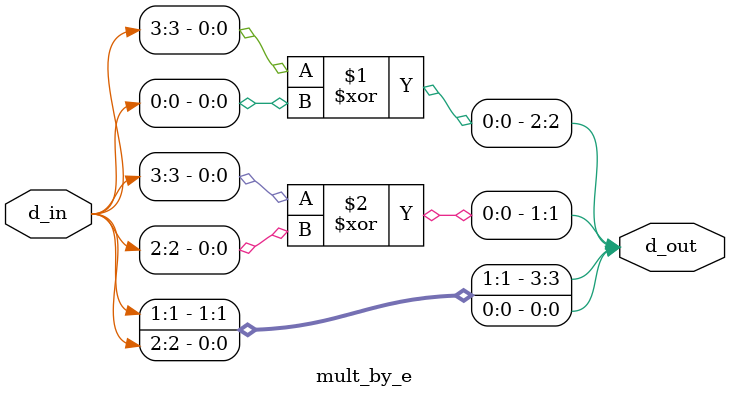
<source format=v>
module mult_by_e(
input [3:0] d_in,
output [3:0] d_out
);

assign d_out[3] = d_in[1];
assign d_out[2] = d_in[3]^d_in[0];
assign d_out[1] = d_in[3]^d_in[2];
assign d_out[0] = d_in[2];

endmodule
</source>
